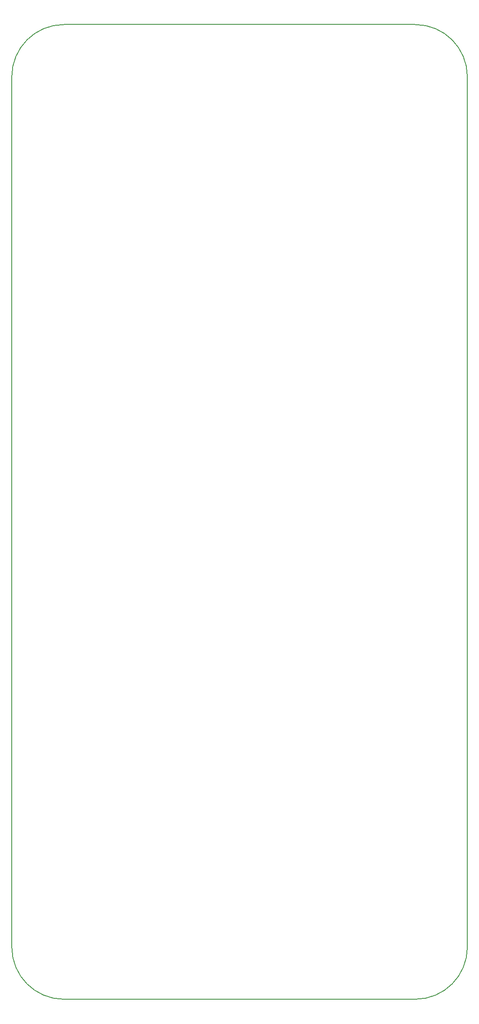
<source format=gm1>
G04 #@! TF.FileFunction,Profile,NP*
%FSLAX46Y46*%
G04 Gerber Fmt 4.6, Leading zero omitted, Abs format (unit mm)*
G04 Created by KiCad (PCBNEW 4.0.3-stable) date Wednesday, August 17, 2016 'PMt' 02:01:32 PM*
%MOMM*%
%LPD*%
G01*
G04 APERTURE LIST*
%ADD10C,0.100000*%
%ADD11C,0.150000*%
G04 APERTURE END LIST*
D10*
D11*
X114300000Y-302260000D02*
X114300000Y-304800000D01*
X35560000Y-125095000D02*
X104140000Y-125095000D01*
X114300000Y-135255000D02*
G75*
G03X104140000Y-125095000I-10160000J0D01*
G01*
X35560000Y-125095000D02*
G75*
G03X25400000Y-135255000I0J-10160000D01*
G01*
X35560000Y-314960000D02*
X104140000Y-314960000D01*
X104140000Y-314960000D02*
G75*
G03X114300000Y-304800000I0J10160000D01*
G01*
X25400000Y-302260000D02*
X25400000Y-304800000D01*
X25400000Y-304800000D02*
G75*
G03X35560000Y-314960000I10160000J0D01*
G01*
X114300000Y-302260000D02*
X114300000Y-135128000D01*
X25400000Y-135128000D02*
X25400000Y-302260000D01*
M02*

</source>
